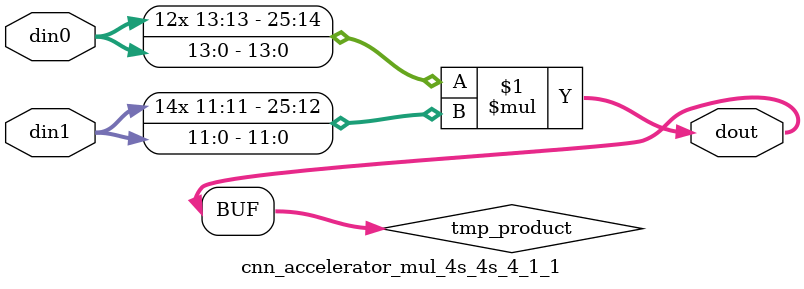
<source format=v>

`timescale 1 ns / 1 ps

 module cnn_accelerator_mul_4s_4s_4_1_1(din0, din1, dout);
parameter ID = 1;
parameter NUM_STAGE = 0;
parameter din0_WIDTH = 14;
parameter din1_WIDTH = 12;
parameter dout_WIDTH = 26;

input [din0_WIDTH - 1 : 0] din0; 
input [din1_WIDTH - 1 : 0] din1; 
output [dout_WIDTH - 1 : 0] dout;

wire signed [dout_WIDTH - 1 : 0] tmp_product;



























assign tmp_product = $signed(din0) * $signed(din1);








assign dout = tmp_product;





















endmodule

</source>
